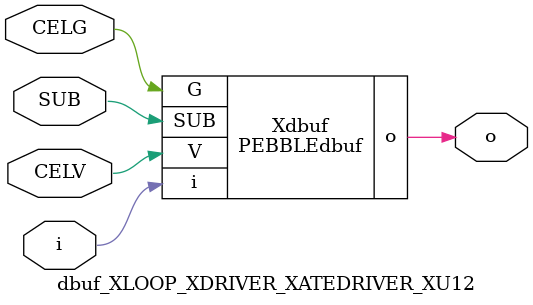
<source format=v>



module PEBBLEdbuf ( o, G, SUB, V, i );

  input V;
  input i;
  input G;
  output o;
  input SUB;
endmodule

//Celera Confidential Do Not Copy dbuf_XLOOP_XDRIVER_XATEDRIVER_XU12
//Celera Confidential Symbol Generator
//Digital Buffer
module dbuf_XLOOP_XDRIVER_XATEDRIVER_XU12 (CELV,CELG,i,o,SUB);
input CELV;
input CELG;
input i;
input SUB;
output o;

//Celera Confidential Do Not Copy dbuf
PEBBLEdbuf Xdbuf(
.V (CELV),
.i (i),
.o (o),
.SUB (SUB),
.G (CELG)
);
//,diesize,PEBBLEdbuf

//Celera Confidential Do Not Copy Module End
//Celera Schematic Generator
endmodule

</source>
